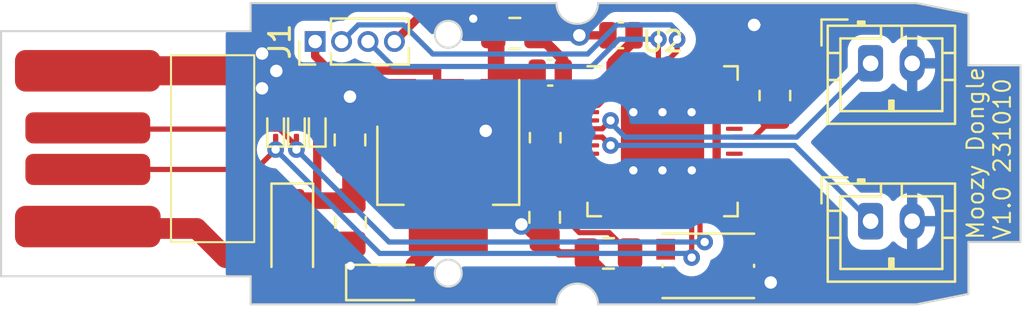
<source format=kicad_pcb>
(kicad_pcb (version 20221018) (generator pcbnew)
  (layers (0 "F.Cu" signal) (31 "B.Cu" signal) (34 "B.Paste" user) (35 "F.Paste" user) (36 "B.SilkS" user "B.Silkscreen") (37 "F.SilkS" user "F.Silkscreen") (38 "B.Mask" user) (39 "F.Mask" user) (44 "Edge.Cuts" user))
  (net 0 "")
  (net 1 "GND")
  (net 3 "+3.3V")
  (net 4 "Net-(U2-CHIP_PU{slash}RESET)")
  (net 5 "Net-(J2-Pin_1)")
  (net 21 "Net-(J3-Pin_1)")
  (net 22 "/Vusb")
  (net 39 "VBUS")
  (net 41 "Net-(D3-A1)")
  (net 42 "Net-(U2-GPIO0{slash}BOOT)")
  (net 49 "/TX")
  (net 50 "/RX")
  (net 53 "Net-(D4-A1)")
  (net 54 "Net-(D2-A)")
  (net 55 "/IO48{slash}LED")
  (footprint "Capacitor_SMD:C_0805_2012Metric_Pad1.18x1.45mm_HandSolder" (layer "F.Cu") (at 133.902 87.9329 90)
    (fp_text reference "C4" hide)
    (fp_text value "1uF" hide)
    (fp_line (start -0.261252 -0.735) (end 0.261252 -0.735) (stroke (width 0.12)) (layer "F.SilkS"))
    (fp_line (start -0.261252 0.735) (end 0.261252 0.735) (stroke (width 0.12)) (layer "F.SilkS"))
    (pad "1" smd roundrect (at -1.0375 0 90) (size 1.175 1.45) (layers "F.Cu" "F.Paste" "F.Mask") (roundrect_rratio 0.2127659574) (net 1 "GND"))
    (pad "2" smd roundrect (at 1.0375 0 90) (size 1.175 1.45) (layers "F.Cu" "F.Paste" "F.Mask") (roundrect_rratio 0.2127659574) (net 4 "Net-(U2-CHIP_PU{slash}RESET)"))
  )
  (footprint "Capacitor_SMD:C_0805_2012Metric_Pad1.18x1.45mm_HandSolder" (layer "F.Cu") (at 124.569 88.1695 -90)
    (fp_text reference "C1" hide)
    (fp_text value "10uF" hide)
    (fp_line (start -0.261252 -0.735) (end 0.261252 -0.735) (stroke (width 0.12)) (layer "F.SilkS"))
    (fp_line (start -0.261252 0.735) (end 0.261252 0.735) (stroke (width 0.12)) (layer "F.SilkS"))
    (pad "1" smd roundrect (at -1.0375 0 270) (size 1.175 1.45) (layers "F.Cu" "F.Paste" "F.Mask") (roundrect_rratio 0.2127659574) (net 39 "VBUS"))
    (pad "2" smd roundrect (at 1.0375 0 270) (size 1.175 1.45) (layers "F.Cu" "F.Paste" "F.Mask") (roundrect_rratio 0.2127659574) (net 1 "GND"))
  )
  (footprint "Capacitor_SMD:C_0805_2012Metric_Pad1.18x1.45mm_HandSolder" (layer "F.Cu") (at 132.469 79.07)
    (fp_text reference "C3" hide)
    (fp_text value "10uF" hide)
    (fp_line (start -0.261252 -0.735) (end 0.261252 -0.735) (stroke (width 0.12)) (layer "F.SilkS"))
    (fp_line (start -0.261252 0.735) (end 0.261252 0.735) (stroke (width 0.12)) (layer "F.SilkS"))
    (pad "1" smd roundrect (at -1.0375 0) (size 1.175 1.45) (layers "F.Cu" "F.Paste" "F.Mask") (roundrect_rratio 0.2127659574) (net 1 "GND"))
    (pad "2" smd roundrect (at 1.0375 0) (size 1.175 1.45) (layers "F.Cu" "F.Paste" "F.Mask") (roundrect_rratio 0.2127659574) (net 3 "+3.3V"))
  )
  (footprint "LED_SMD:LED_0201_0603Metric" (layer "F.Cu") (at 145.049 78.67)
    (fp_text reference "D2" hide)
    (fp_text value "LED KT-0603R" hide)
    (fp_circle (center -0.86 0) (end -0.81 0) (stroke (width 0.1)) (fill none) (layer "F.SilkS"))
    (pad "1" smd roundrect (at -0.32 0) (size 0.46 0.4) (layers "F.Cu" "F.Mask") (net 1 "GND"))
    (pad "2" smd roundrect (at 0.32 0) (size 0.46 0.4) (layers "F.Cu" "F.Mask") (net 54 "Net-(D2-A)"))
  )
  (footprint "Package_DFN_QFN:QFN-56-1EP_7x7mm_P0.4mm_EP4x4mm" (layer "F.Cu") (at 139.569 84.27)
    (fp_text reference "U2" (at 0 -4.8) (layer "F.SilkS"))
    (fp_text value "ESP32-S3-PICO-1" hide)
    (fp_line (start -3.61 3.61) (end -3.61 2.96) (stroke (width 0.12)) (layer "F.SilkS"))
    (fp_line (start -2.96 -3.61) (end -3.61 -3.61) (stroke (width 0.12)) (layer "F.SilkS"))
    (fp_line (start -2.96 3.61) (end -3.61 3.61) (stroke (width 0.12)) (layer "F.SilkS"))
    (fp_line (start 2.96 -3.61) (end 3.61 -3.61) (stroke (width 0.12)) (layer "F.SilkS"))
    (fp_line (start 2.96 3.61) (end 3.61 3.61) (stroke (width 0.12)) (layer "F.SilkS"))
    (fp_line (start 3.61 -3.61) (end 3.61 -2.96) (stroke (width 0.12)) (layer "F.SilkS"))
    (fp_line (start 3.61 3.61) (end 3.61 2.96) (stroke (width 0.12)) (layer "F.SilkS"))
    (pad "1" smd roundrect (at -3.45 -2.6) (size 0.8 0.2) (layers "F.Cu" "F.Paste" "F.Mask"))
    (pad "2" smd roundrect (at -3.45 -2.2) (size 0.8 0.2) (layers "F.Cu" "F.Paste" "F.Mask") (net 3 "+3.3V"))
    (pad "3" smd roundrect (at -3.45 -1.8) (size 0.8 0.2) (layers "F.Cu" "F.Paste" "F.Mask") (net 3 "+3.3V"))
    (pad "4" smd roundrect (at -3.45 -1.4) (size 0.8 0.2) (layers "F.Cu" "F.Paste" "F.Mask") (net 4 "Net-(U2-CHIP_PU{slash}RESET)"))
    (pad "5" smd roundrect (at -3.45 -1) (size 0.8 0.2) (layers "F.Cu" "F.Paste" "F.Mask") (net 42 "Net-(U2-GPIO0{slash}BOOT)"))
    (pad "6" smd roundrect (at -3.45 -0.6) (size 0.8 0.2) (layers "F.Cu" "F.Paste" "F.Mask") (net 5 "Net-(J2-Pin_1)"))
    (pad "7" smd roundrect (at -3.45 -0.2) (size 0.8 0.2) (layers "F.Cu" "F.Paste" "F.Mask") (net 21 "Net-(J3-Pin_1)"))
    (pad "8" smd roundrect (at -3.45 0.2) (size 0.8 0.2) (layers "F.Cu" "F.Paste" "F.Mask"))
    (pad "9" smd roundrect (at -3.45 0.6) (size 0.8 0.2) (layers "F.Cu" "F.Paste" "F.Mask"))
    (pad "10" smd roundrect (at -3.45 1) (size 0.8 0.2) (layers "F.Cu" "F.Paste" "F.Mask"))
    (pad "11" smd roundrect (at -3.45 1.4) (size 0.8 0.2) (layers "F.Cu" "F.Paste" "F.Mask"))
    (pad "12" smd roundrect (at -3.45 1.8) (size 0.8 0.2) (layers "F.Cu" "F.Paste" "F.Mask"))
    (pad "13" smd roundrect (at -3.45 2.2) (size 0.8 0.2) (layers "F.Cu" "F.Paste" "F.Mask"))
    (pad "14" smd roundrect (at -3.45 2.6) (size 0.8 0.2) (layers "F.Cu" "F.Paste" "F.Mask"))
    (pad "15" smd roundrect (at -2.6 3.45) (size 0.2 0.8) (layers "F.Cu" "F.Paste" "F.Mask"))
    (pad "16" smd roundrect (at -2.2 3.45) (size 0.2 0.8) (layers "F.Cu" "F.Paste" "F.Mask"))
    (pad "17" smd roundrect (at -1.8 3.45) (size 0.2 0.8) (layers "F.Cu" "F.Paste" "F.Mask"))
    (pad "18" smd roundrect (at -1.4 3.45) (size 0.2 0.8) (layers "F.Cu" "F.Paste" "F.Mask"))
    (pad "19" smd roundrect (at -1 3.45) (size 0.2 0.8) (layers "F.Cu" "F.Paste" "F.Mask"))
    (pad "20" smd roundrect (at -0.6 3.45) (size 0.2 0.8) (layers "F.Cu" "F.Paste" "F.Mask") (net 3 "+3.3V"))
    (pad "21" smd roundrect (at -0.2 3.45) (size 0.2 0.8) (layers "F.Cu" "F.Paste" "F.Mask"))
    (pad "22" smd roundrect (at 0.2 3.45) (size 0.2 0.8) (layers "F.Cu" "F.Paste" "F.Mask"))
    (pad "23" smd roundrect (at 0.6 3.45) (size 0.2 0.8) (layers "F.Cu" "F.Paste" "F.Mask"))
    (pad "24" smd roundrect (at 1 3.45) (size 0.2 0.8) (layers "F.Cu" "F.Paste" "F.Mask"))
    (pad "25" smd roundrect (at 1.4 3.45) (size 0.2 0.8) (layers "F.Cu" "F.Paste" "F.Mask") (net 53 "Net-(D4-A1)"))
    (pad "26" smd roundrect (at 1.8 3.45) (size 0.2 0.8) (layers "F.Cu" "F.Paste" "F.Mask") (net 41 "Net-(D3-A1)"))
    (pad "27" smd roundrect (at 2.2 3.45) (size 0.2 0.8) (layers "F.Cu" "F.Paste" "F.Mask"))
    (pad "28" smd roundrect (at 2.6 3.45) (size 0.2 0.8) (layers "F.Cu" "F.Paste" "F.Mask"))
    (pad "29" smd roundrect (at 3.45 2.6) (size 0.8 0.2) (layers "F.Cu" "F.Paste" "F.Mask"))
    (pad "30" smd roundrect (at 3.45 2.2) (size 0.8 0.2) (layers "F.Cu" "F.Paste" "F.Mask"))
    (pad "31" smd roundrect (at 3.45 1.8) (size 0.8 0.2) (layers "F.Cu" "F.Paste" "F.Mask"))
    (pad "32" smd roundrect (at 3.45 1.4) (size 0.8 0.2) (layers "F.Cu" "F.Paste" "F.Mask"))
    (pad "33" smd roundrect (at 3.45 1) (size 0.8 0.2) (layers "F.Cu" "F.Paste" "F.Mask"))
    (pad "34" smd roundrect (at 3.45 0.6) (size 0.8 0.2) (layers "F.Cu" "F.Paste" "F.Mask"))
    (pad "35" smd roundrect (at 3.45 0.2) (size 0.8 0.2) (layers "F.Cu" "F.Paste" "F.Mask"))
    (pad "36" smd roundrect (at 3.45 -0.2) (size 0.8 0.2) (layers "F.Cu" "F.Paste" "F.Mask") (net 55 "/IO48{slash}LED"))
    (pad "37" smd roundrect (at 3.45 -0.6) (size 0.8 0.2) (layers "F.Cu" "F.Paste" "F.Mask"))
    (pad "38" smd roundrect (at 3.45 -1) (size 0.8 0.2) (layers "F.Cu" "F.Paste" "F.Mask"))
    (pad "39" smd roundrect (at 3.45 -1.4) (size 0.8 0.2) (layers "F.Cu" "F.Paste" "F.Mask"))
    (pad "40" smd roundrect (at 3.45 -1.8) (size 0.8 0.2) (layers "F.Cu" "F.Paste" "F.Mask"))
    (pad "41" smd roundrect (at 3.45 -2.2) (size 0.8 0.2) (layers "F.Cu" "F.Paste" "F.Mask"))
    (pad "42" smd roundrect (at 3.45 -2.6) (size 0.8 0.2) (layers "F.Cu" "F.Paste" "F.Mask"))
    (pad "43" smd roundrect (at 2.6 -3.45) (size 0.2 0.8) (layers "F.Cu" "F.Paste" "F.Mask"))
    (pad "44" smd roundrect (at 2.2 -3.45) (size 0.2 0.8) (layers "F.Cu" "F.Paste" "F.Mask"))
    (pad "45" smd roundrect (at 1.8 -3.45) (size 0.2 0.8) (layers "F.Cu" "F.Paste" "F.Mask"))
    (pad "46" smd roundrect (at 1.4 -3.45) (size 0.2 0.8) (layers "F.Cu" "F.Paste" "F.Mask") (net 3 "+3.3V"))
    (pad "47" smd roundrect (at 1 -3.45) (size 0.2 0.8) (layers "F.Cu" "F.Paste" "F.Mask"))
    (pad "48" smd roundrect (at 0.6 -3.45) (size 0.2 0.8) (layers "F.Cu" "F.Paste" "F.Mask"))
    (pad "49" smd roundrect (at 0.2 -3.45) (size 0.2 0.8) (layers "F.Cu" "F.Paste" "F.Mask") (net 49 "/TX"))
    (pad "50" smd roundrect (at -0.2 -3.45) (size 0.2 0.8) (layers "F.Cu" "F.Paste" "F.Mask") (net 50 "/RX"))
    (pad "51" smd roundrect (at -0.6 -3.45) (size 0.2 0.8) (layers "F.Cu" "F.Paste" "F.Mask"))
    (pad "52" smd roundrect (at -1 -3.45) (size 0.2 0.8) (layers "F.Cu" "F.Paste" "F.Mask"))
    (pad "53" smd roundrect (at -1.4 -3.45) (size 0.2 0.8) (layers "F.Cu" "F.Paste" "F.Mask"))
    (pad "54" smd roundrect (at -1.8 -3.45) (size 0.2 0.8) (layers "F.Cu" "F.Paste" "F.Mask"))
    (pad "55" smd roundrect (at -2.2 -3.45) (size 0.2 0.8) (layers "F.Cu" "F.Paste" "F.Mask") (net 3 "+3.3V"))
    (pad "56" smd roundrect (at -2.6 -3.45) (size 0.2 0.8) (layers "F.Cu" "F.Paste" "F.Mask") (net 3 "+3.3V"))
    (pad "57" smd rect (at 0 0) (size 4 4) (layers "F.Cu" "F.Mask") (net 1 "GND"))
  )
  (footprint "Capacitor_SMD:C_0504_1310Metric_Pad0.83x1.28mm_HandSolder" (layer "F.Cu") (at 137.569 79.17)
    (fp_text reference "C6" hide)
    (fp_text value "0.1uF" hide)
    (fp_line (start -0.101969 -0.62) (end 0.101969 -0.62) (stroke (width 0.12)) (layer "F.SilkS"))
    (fp_line (start -0.101969 0.62) (end 0.101969 0.62) (stroke (width 0.12)) (layer "F.SilkS"))
    (pad "1" smd roundrect (at -0.6275 0) (size 0.835 1.28) (layers "F.Cu" "F.Paste" "F.Mask") (net 1 "GND"))
    (pad "2" smd roundrect (at 0.6275 0) (size 0.835 1.28) (layers "F.Cu" "F.Paste" "F.Mask") (net 3 "+3.3V"))
  )
  (footprint "Resistor_SMD:R_0805_2012Metric_Pad1.20x1.40mm_HandSolder" (layer "F.Cu") (at 133.9274 84.0975 -90)
    (fp_text reference "R1" hide)
    (fp_text value "10k")
    (fp_line (start -0.227064 -0.735) (end 0.227064 -0.735) (stroke (width 0.12)) (layer "F.SilkS"))
    (fp_line (start -0.227064 0.735) (end 0.227064 0.735) (stroke (width 0.12)) (layer "F.SilkS"))
    (pad "1" smd roundrect (at -1 0 270) (size 1.2 1.4) (layers "F.Cu" "F.Paste" "F.Mask") (roundrect_rratio 0.2083333333) (net 3 "+3.3V"))
    (pad "2" smd roundrect (at 1 0 270) (size 1.2 1.4) (layers "F.Cu" "F.Paste" "F.Mask") (roundrect_rratio 0.2083333333) (net 4 "Net-(U2-CHIP_PU{slash}RESET)"))
  )
  (footprint "Resistor_SMD:R_0805_2012Metric_Pad1.20x1.40mm_HandSolder" (layer "F.Cu") (at 144.969 82.07 90)
    (fp_text reference "R2" hide)
    (fp_text value "150R")
    (fp_line (start -0.227064 -0.735) (end 0.227064 -0.735) (stroke (width 0.12)) (layer "F.SilkS"))
    (fp_line (start -0.227064 0.735) (end 0.227064 0.735) (stroke (width 0.12)) (layer "F.SilkS"))
    (pad "1" smd roundrect (at -1 0 90) (size 1.2 1.4) (layers "F.Cu" "F.Paste" "F.Mask") (roundrect_rratio 0.2083333333) (net 55 "/IO48{slash}LED"))
    (pad "2" smd roundrect (at 1 0 90) (size 1.2 1.4) (layers "F.Cu" "F.Paste" "F.Mask") (roundrect_rratio 0.2083333333) (net 54 "Net-(D2-A)"))
  )
  (footprint "Connector_JST:JST_PH_B2B-PH-K_1x02_P2.00mm_Vertical" (layer "F.Cu") (at 149.569 80.52)
    (fp_text reference "J2" hide)
    (fp_text value "Conn_01x02" hide)
    (fp_line (start -2.36 -2.11) (end -2.36 -0.86) (stroke (width 0.12)) (layer "F.SilkS"))
    (fp_line (start -2.06 -1.81) (end -2.06 2.91) (stroke (width 0.12)) (layer "F.SilkS"))
    (fp_line (start -2.06 -0.5) (end -1.45 -0.5) (stroke (width 0.12)) (layer "F.SilkS"))
    (fp_line (start -2.06 0.8) (end -1.45 0.8) (stroke (width 0.12)) (layer "F.SilkS"))
    (fp_line (start -2.06 2.91) (end 4.06 2.91) (stroke (width 0.12)) (layer "F.SilkS"))
    (fp_line (start -1.45 -1.2) (end -1.45 2.3) (stroke (width 0.12)) (layer "F.SilkS"))
    (fp_line (start -1.45 2.3) (end 3.45 2.3) (stroke (width 0.12)) (layer "F.SilkS"))
    (fp_line (start -1.11 -2.11) (end -2.36 -2.11) (stroke (width 0.12)) (layer "F.SilkS"))
    (fp_line (start -0.6 -2.01) (end -0.6 -1.81) (stroke (width 0.12)) (layer "F.SilkS"))
    (fp_line (start -0.3 -2.01) (end -0.6 -2.01) (stroke (width 0.12)) (layer "F.SilkS"))
    (fp_line (start -0.3 -1.91) (end -0.6 -1.91) (stroke (width 0.12)) (layer "F.SilkS"))
    (fp_line (start -0.3 -1.81) (end -0.3 -2.01) (stroke (width 0.12)) (layer "F.SilkS"))
    (fp_line (start 0.5 -1.81) (end 0.5 -1.2) (stroke (width 0.12)) (layer "F.SilkS"))
    (fp_line (start 0.5 -1.2) (end -1.45 -1.2) (stroke (width 0.12)) (layer "F.SilkS"))
    (fp_line (start 0.9 1.8) (end 1.1 1.8) (stroke (width 0.12)) (layer "F.SilkS"))
    (fp_line (start 0.9 2.3) (end 0.9 1.8) (stroke (width 0.12)) (layer "F.SilkS"))
    (fp_line (start 1 2.3) (end 1 1.8) (stroke (width 0.12)) (layer "F.SilkS"))
    (fp_line (start 1.1 1.8) (end 1.1 2.3) (stroke (width 0.12)) (layer "F.SilkS"))
    (fp_line (start 1.5 -1.2) (end 1.5 -1.81) (stroke (width 0.12)) (layer "F.SilkS"))
    (fp_line (start 3.45 -1.2) (end 1.5 -1.2) (stroke (width 0.12)) (layer "F.SilkS"))
    (fp_line (start 3.45 2.3) (end 3.45 -1.2) (stroke (width 0.12)) (layer "F.SilkS"))
    (fp_line (start 4.06 -1.81) (end -2.06 -1.81) (stroke (width 0.12)) (layer "F.SilkS"))
    (fp_line (start 4.06 -0.5) (end 3.45 -0.5) (stroke (width 0.12)) (layer "F.SilkS"))
    (fp_line (start 4.06 0.8) (end 3.45 0.8) (stroke (width 0.12)) (layer "F.SilkS"))
    (fp_line (start 4.06 2.91) (end 4.06 -1.81) (stroke (width 0.12)) (layer "F.SilkS"))
    (pad "1" thru_hole roundrect (at 0 0) (size 1.2 1.75) (drill 0.75) (layers "*.Cu" "*.Mask") (roundrect_rratio 0.2083333333) (net 5 "Net-(J2-Pin_1)"))
    (pad "2" thru_hole oval (at 2 0) (size 1.2 1.75) (drill 0.75) (layers "*.Cu" "*.Mask") (net 1 "GND"))
  )
  (footprint "Librairie_Moozy:Boîtier_USB_Dongle" (layer "F.Cu") (at 119.769 84.87)
    (fp_text reference "REF**" hide)
    (fp_text value "Boîtier_USB_Dongle" hide)
    (fp_line (start -12 -5.9) (end -12 5.9) (stroke (width 0.1)) (layer "Edge.Cuts"))
    (fp_line (start -12 -5.9) (end 0 -5.9) (stroke (width 0.1)) (layer "Edge.Cuts"))
    (fp_line (start -12 5.9) (end 0 5.9) (stroke (width 0.1)) (layer "Edge.Cuts"))
    (fp_line (start 0 -7.25) (end 14.7 -7.25) (stroke (width 0.1)) (layer "Edge.Cuts"))
    (fp_line (start 0 -5.9) (end 0 -7.25) (stroke (width 0.1)) (layer "Edge.Cuts"))
    (fp_line (start 0 5.9) (end 0 7.25) (stroke (width 0.1)) (layer "Edge.Cuts"))
    (fp_line (start 0 7.25) (end 14.7 7.25) (stroke (width 0.1)) (layer "Edge.Cuts"))
    (fp_line (start 16.7 -7.25) (end 32 -7.25) (stroke (width 0.1)) (layer "Edge.Cuts"))
    (fp_line (start 16.7 7.25) (end 32 7.25) (stroke (width 0.1)) (layer "Edge.Cuts"))
    (fp_line (start 32 -7.25) (end 34.5 -6.75) (stroke (width 0.1)) (layer "Edge.Cuts"))
    (fp_line (start 32 7.25) (end 34.5 6.75) (stroke (width 0.1)) (layer "Edge.Cuts"))
    (fp_line (start 34.5 -6.75) (end 34.5 -4.25) (stroke (width 0.1)) (layer "Edge.Cuts"))
    (fp_line (start 34.5 -4.25) (end 37 -4.25) (stroke (width 0.1)) (layer "Edge.Cuts"))
    (fp_line (start 34.5 4.25) (end 34.5 6.75) (stroke (width 0.1)) (layer "Edge.Cuts"))
    (fp_line (start 34.5 4.25) (end 37 4.25) (stroke (width 0.1)) (layer "Edge.Cuts"))
    (fp_line (start 37 -4.25) (end 37 4.25) (stroke (width 0.1)) (layer "Edge.Cuts"))
    (fp_arc (start 14.7 7.25) (mid 15.7 6.25) (end 16.7 7.25) (stroke (width 0.1)) (layer "Edge.Cuts"))
    (fp_arc (start 16.7 -7.25) (mid 15.7 -6.25) (end 14.7 -7.25) (stroke (width 0.1)) (layer "Edge.Cuts"))
    (fp_circle (center 9.5 -5.75) (end 10.15 -5.75) (stroke (width 0.1)) (fill none) (layer "Edge.Cuts"))
    (fp_circle (center 9.5 5.75) (end 10.15 5.75) (stroke (width 0.1)) (fill none) (layer "Edge.Cuts"))
  )
  (footprint "Capacitor_SMD:C_0805_2012Metric_Pad1.18x1.45mm_HandSolder" (layer "F.Cu") (at 124.5436 84.2071 90)
    (fp_text reference "C2" hide)
    (fp_text value "0.1uF" hide)
    (fp_line (start -0.261252 -0.735) (end 0.261252 -0.735) (stroke (width 0.12)) (layer "F.SilkS"))
    (fp_line (start -0.261252 0.735) (end 0.261252 0.735) (stroke (width 0.12)) (layer "F.SilkS"))
    (pad "1" smd roundrect (at -1.0375 0 90) (size 1.175 1.45) (layers "F.Cu" "F.Paste" "F.Mask") (roundrect_rratio 0.2127659574) (net 39 "VBUS"))
    (pad "2" smd roundrect (at 1.0375 0 90) (size 1.175 1.45) (layers "F.Cu" "F.Paste" "F.Mask") (roundrect_rratio 0.2127659574) (net 1 "GND"))
  )
  (footprint "Connector_JST:JST_PH_B2B-PH-K_1x02_P2.00mm_Vertical" (layer "F.Cu") (at 149.569 88.12)
    (fp_text reference "J3" hide)
    (fp_text value "Conn_01x02" hide)
    (fp_line (start -2.36 -2.11) (end -2.36 -0.86) (stroke (width 0.12)) (layer "F.SilkS"))
    (fp_line (start -2.06 -1.81) (end -2.06 2.91) (stroke (width 0.12)) (layer "F.SilkS"))
    (fp_line (start -2.06 -0.5) (end -1.45 -0.5) (stroke (width 0.12)) (layer "F.SilkS"))
    (fp_line (start -2.06 0.8) (end -1.45 0.8) (stroke (width 0.12)) (layer "F.SilkS"))
    (fp_line (start -2.06 2.91) (end 4.06 2.91) (stroke (width 0.12)) (layer "F.SilkS"))
    (fp_line (start -1.45 -1.2) (end -1.45 2.3) (stroke (width 0.12)) (layer "F.SilkS"))
    (fp_line (start -1.45 2.3) (end 3.45 2.3) (stroke (width 0.12)) (layer "F.SilkS"))
    (fp_line (start -1.11 -2.11) (end -2.36 -2.11) (stroke (width 0.12)) (layer "F.SilkS"))
    (fp_line (start -0.6 -2.01) (end -0.6 -1.81) (stroke (width 0.12)) (layer "F.SilkS"))
    (fp_line (start -0.3 -2.01) (end -0.6 -2.01) (stroke (width 0.12)) (layer "F.SilkS"))
    (fp_line (start -0.3 -1.91) (end -0.6 -1.91) (stroke (width 0.12)) (layer "F.SilkS"))
    (fp_line (start -0.3 -1.81) (end -0.3 -2.01) (stroke (width 0.12)) (layer "F.SilkS"))
    (fp_line (start 0.5 -1.81) (end 0.5 -1.2) (stroke (width 0.12)) (layer "F.SilkS"))
    (fp_line (start 0.5 -1.2) (end -1.45 -1.2) (stroke (width 0.12)) (layer "F.SilkS"))
    (fp_line (start 0.9 1.8) (end 1.1 1.8) (stroke (width 0.12)) (layer "F.SilkS"))
    (fp_line (start 0.9 2.3) (end 0.9 1.8) (stroke (width 0.12)) (layer "F.SilkS"))
    (fp_line (start 1 2.3) (end 1 1.8) (stroke (width 0.12)) (layer "F.SilkS"))
    (fp_line (start 1.1 1.8) (end 1.1 2.3) (stroke (width 0.12)) (layer "F.SilkS"))
    (fp_line (start 1.5 -1.2) (end 1.5 -1.81) (stroke (width 0.12)) (layer "F.SilkS"))
    (fp_line (start 3.45 -1.2) (end 1.5 -1.2) (stroke (width 0.12)) (layer "F.SilkS"))
    (fp_line (start 3.45 2.3) (end 3.45 -1.2) (stroke (width 0.12)) (layer "F.SilkS"))
    (fp_line (start 4.06 -1.81) (end -2.06 -1.81) (stroke (width 0.12)) (layer "F.SilkS"))
    (fp_line (start 4.06 -0.5) (end 3.45 -0.5) (stroke (width 0.12)) (layer "F.SilkS"))
    (fp_line (start 4.06 0.8) (end 3.45 0.8) (stroke (width 0.12)) (layer "F.SilkS"))
    (fp_line (start 4.06 2.91) (end 4.06 -1.81) (stroke (width 0.12)) (layer "F.SilkS"))
    (pad "1" thru_hole roundrect (at 0 0) (size 1.2 1.75) (drill 0.75) (layers "*.Cu" "*.Mask") (roundrect_rratio 0.2083333333) (net 21 "Net-(J3-Pin_1)"))
    (pad "2" thru_hole oval (at 2 0) (size 1.2 1.75) (drill 0.75) (layers "*.Cu" "*.Mask") (net 1 "GND"))
  )
  (footprint "Diode_SMD:D_SOD-923" (layer "F.Cu") (at 122.969 83.67 90)
    (fp_text reference "D5" hide)
    (fp_text value "LESD5D5.0CT1G" hide)
    (fp_line (start -0.86 -0.4) (end -0.86 0.4) (stroke (width 0.12)) (layer "F.SilkS"))
    (fp_line (start 0.5 -0.4) (end -0.86 -0.4) (stroke (width 0.12)) (layer "F.SilkS"))
    (fp_line (start 0.5 0.4) (end -0.86 0.4) (stroke (width 0.12)) (layer "F.SilkS"))
    (pad "1" smd roundrect (at -0.42 0 270) (size 0.36 0.25) (layers "F.Cu" "F.Paste" "F.Mask") (net 39 "VBUS"))
    (pad "2" smd roundrect (at 0.42 0 270) (size 0.36 0.25) (layers "F.Cu" "F.Paste" "F.Mask") (net 1 "GND"))
  )
  (footprint "Button_Switch_SMD:SW_Push_1P1T_NO_CK_KMR2" (layer "F.Cu") (at 141.769 90.27)
    (fp_text reference "SW1" hide)
    (fp_text value "BOOT")
    (fp_line (start -2.2 0.05) (end -2.2 -0.05) (stroke (width 0.12)) (layer "F.SilkS"))
    (fp_line (start -2.2 1.55) (end 2.2 1.55) (stroke (width 0.12)) (layer "F.SilkS"))
    (fp_line (start 2.2 -1.55) (end -2.2 -1.55) (stroke (width 0.12)) (layer "F.SilkS"))
    (fp_line (start 2.2 0.05) (end 2.2 -0.05) (stroke (width 0.12)) (layer "F.SilkS"))
    (pad "1" smd rect (at -2.05 -0.8) (size 0.9 1) (layers "F.Cu" "F.Paste" "F.Mask") (net 42 "Net-(U2-GPIO0{slash}BOOT)"))
    (pad "1" smd rect (at 2.05 -0.8) (size 0.9 1) (layers "F.Cu" "F.Paste" "F.Mask") (net 42 "Net-(U2-GPIO0{slash}BOOT)"))
    (pad "2" smd rect (at -2.05 0.8) (size 0.9 1) (layers "F.Cu" "F.Paste" "F.Mask") (net 1 "GND"))
    (pad "2" smd rect (at 2.05 0.8) (size 0.9 1) (layers "F.Cu" "F.Paste" "F.Mask") (net 1 "GND"))
  )
  (footprint "Capacitor_SMD:C_0504_1310Metric_Pad0.83x1.28mm_HandSolder" (layer "F.Cu") (at 134.169 80.97)
    (fp_text reference "C5" hide)
    (fp_text value "1uF" hide)
    (fp_line (start -0.101969 -0.62) (end 0.101969 -0.62) (stroke (width 0.12)) (layer "F.SilkS"))
    (fp_line (start -0.101969 0.62) (end 0.101969 0.62) (stroke (width 0.12)) (layer "F.SilkS"))
    (pad "1" smd roundrect (at -0.6275 0) (size 0.835 1.28) (layers "F.Cu" "F.Paste" "F.Mask") (net 1 "GND"))
    (pad "2" smd roundrect (at 0.6275 0) (size 0.835 1.28) (layers "F.Cu" "F.Paste" "F.Mask") (net 3 "+3.3V"))
  )
  (footprint "Connector_PinHeader_1.27mm:PinHeader_1x04_P1.27mm_Vertical" (layer "F.Cu") (at 122.869 79.47 90)
    (fp_text reference "J1" (at 0 -1.695 90) (layer "F.SilkS"))
    (fp_text value "UART")
    (fp_line (start -1.11 -0.76) (end 0 -0.76) (stroke (width 0.12)) (layer "F.SilkS"))
    (fp_line (start -1.11 0) (end -1.11 -0.76) (stroke (width 0.12)) (layer "F.SilkS"))
    (fp_line (start -1.11 0.76) (end -1.11 4.505) (stroke (width 0.12)) (layer "F.SilkS"))
    (fp_line (start -1.11 0.76) (end -0.563471 0.76) (stroke (width 0.12)) (layer "F.SilkS"))
    (fp_line (start -1.11 4.505) (end -0.30753 4.505) (stroke (width 0.12)) (layer "F.SilkS"))
    (fp_line (start 0.30753 4.505) (end 1.11 4.505) (stroke (width 0.12)) (layer "F.SilkS"))
    (fp_line (start 0.563471 0.76) (end 1.11 0.76) (stroke (width 0.12)) (layer "F.SilkS"))
    (fp_line (start 1.11 0.76) (end 1.11 4.505) (stroke (width 0.12)) (layer "F.SilkS"))
    (pad "1" thru_hole rect (at 0 0 90) (size 1 1) (drill 0.65) (layers "*.Cu" "*.Mask") (net 3 "+3.3V"))
    (pad "2" thru_hole oval (at 0 1.27 90) (size 1 1) (drill 0.65) (layers "*.Cu" "*.Mask") (net 49 "/TX"))
    (pad "3" thru_hole oval (at 0 2.54 90) (size 1 1) (drill 0.65) (layers "*.Cu" "*.Mask") (net 50 "/RX"))
    (pad "4" thru_hole oval (at 0 3.81 90) (size 1 1) (drill 0.65) (layers "*.Cu" "*.Mask") (net 1 "GND"))
  )
  (footprint "1_Laurent_Librairie:PCB_USB_Connector" (layer "F.Cu") (at 111.93965 84.628)
    (fp_text reference "U3" hide)
    (fp_text value "~")
    (fp_rect (start 4 -4.5) (end 8 4.5) (stroke (width 0.1)) (fill none) (layer "F.SilkS"))
    (pad "1" smd roundrect (at 0 -3.75) (size 7 2) (layers "F.Cu" "F.Paste" "F.Mask") (net 1 "GND"))
    (pad "2" smd roundrect (at 0 -1) (size 6 1.5) (layers "F.Cu" "F.Paste" "F.Mask") (net 41 "Net-(D3-A1)"))
    (pad "3" smd roundrect (at 0 1) (size 6 1.5) (layers "F.Cu" "F.Paste" "F.Mask") (net 53 "Net-(D4-A1)"))
    (pad "4" smd roundrect (at 0 3.75) (size 7 2) (layers "F.Cu" "F.Paste" "F.Mask") (net 22 "/Vusb"))
  )
  (footprint "Diode_SMD:D_SOD-323_HandSoldering" (layer "F.Cu") (at 126.369 91.07)
    (fp_text reference "D1" hide)
    (fp_text value "TVS Diode, Bi-Direction, 3.3V" hide)
    (fp_line (start -2.01 -0.85) (end -2.01 0.85) (stroke (width 0.12)) (layer "F.SilkS"))
    (fp_line (start -2.01 -0.85) (end 1.25 -0.85) (stroke (width 0.12)) (layer "F.SilkS"))
    (fp_line (start -2.01 0.85) (end 1.25 0.85) (stroke (width 0.12)) (layer "F.SilkS"))
    (pad "1" smd roundrect (at -1.25 0) (size 1 1) (layers "F.Cu" "F.Paste" "F.Mask") (net 1 "GND"))
    (pad "2" smd roundrect (at 1.25 0) (size 1 1) (layers "F.Cu" "F.Paste" "F.Mask") (net 3 "+3.3V"))
  )
  (footprint "Diode_SMD:D_SOD-123" (layer "F.Cu") (at 121.769 88.67 -90)
    (fp_text reference "D6" hide)
    (fp_text value "1N5819HW-7-F" hide)
    (fp_line (start -2.36 -1) (end -2.36 1) (stroke (width 0.12)) (layer "F.SilkS"))
    (fp_line (start -2.36 -1) (end 1.65 -1) (stroke (width 0.12)) (layer "F.SilkS"))
    (fp_line (start -2.36 1) (end 1.65 1) (stroke (width 0.12)) (layer "F.SilkS"))
    (pad "1" smd roundrect (at -1.65 0 270) (size 0.9 1.2) (layers "F.Cu" "F.Paste" "F.Mask") (net 39 "VBUS"))
    (pad "2" smd roundrect (at 1.65 0 270) (size 0.9 1.2) (layers "F.Cu" "F.Paste" "F.Mask") (net 22 "/Vusb"))
  )
  (footprint "Package_TO_SOT_SMD:SOT-223-3_TabPin2" (layer "F.Cu") (at 129.269 85.42 -90)
    (fp_text reference "U1" hide)
    (fp_text value "LD1117S33TR_SOT223" hide)
    (fp_line (start -4.1 -3.41) (end 1.91 -3.41) (stroke (width 0.12)) (layer "F.SilkS"))
    (fp_line (start -1.85 3.41) (end 1.91 3.41) (stroke (width 0.12)) (layer "F.SilkS"))
    (fp_line (start 1.91 -3.41) (end 1.91 -2.15) (stroke (width 0.12)) (layer "F.SilkS"))
    (fp_line (start 1.91 3.41) (end 1.91 2.15) (stroke (width 0.12)) (layer "F.SilkS"))
    (pad "1" smd rect (at -3.15 -2.3 270) (size 2 1.5) (layers "F.Cu" "F.Paste" "F.Mask") (net 1 "GND"))
    (pad "2" smd rect (at -3.15 0 270) (size 2 1.5) (layers "F.Cu" "F.Paste" "F.Mask") (net 3 "+3.3V"))
    (pad "2" smd rect (at 3.15 0 270) (size 2 3.8) (layers "F.Cu" "F.Paste" "F.Mask") (net 3 "+3.3V"))
    (pad "3" smd rect (at -3.15 2.3 270) (size 2 1.5) (layers "F.Cu" "F.Paste" "F.Mask") (net 39 "VBUS"))
  )
  (footprint "Capacitor_SMD:C_0805_2012Metric_Pad1.18x1.45mm_HandSolder" (layer "F.Cu") (at 136.969 89.67)
    (fp_text reference "C7" hide)
    (fp_text value "0.1uF")
    (fp_line (start -0.261252 -0.735) (end 0.261252 -0.735) (stroke (width 0.12)) (layer "F.SilkS"))
    (fp_line (start -0.261252 0.735) (end 0.261252 0.735) (stroke (width 0.12)) (layer "F.SilkS"))
    (pad "1" smd roundrect (at -1.0375 0) (size 1.175 1.45) (layers "F.Cu" "F.Paste" "F.Mask") (roundrect_rratio 0.2127659574) (net 1 "GND"))
    (pad "2" smd roundrect (at 1.0375 0) (size 1.175 1.45) (layers "F.Cu" "F.Paste" "F.Mask") (roundrect_rratio 0.2127659574) (net 42 "Net-(U2-GPIO0{slash}BOOT)"))
  )
  (footprint "Diode_SMD:D_SOD-923" (layer "F.Cu") (at 121.969 83.67 90)
    (fp_text reference "D3" hide)
    (fp_text value "LESD5D5.0CT1G" hide)
    (fp_line (start -0.86 -0.4) (end -0.86 0.4) (stroke (width 0.12)) (layer "F.SilkS"))
    (fp_line (start 0.5 -0.4) (end -0.86 -0.4) (stroke (width 0.12)) (layer "F.SilkS"))
    (fp_line (start 0.5 0.4) (end -0.86 0.4) (stroke (width 0.12)) (layer "F.SilkS"))
    (pad "1" smd roundrect (at -0.42 0 270) (size 0.36 0.25) (layers "F.Cu" "F.Paste" "F.Mask") (net 41 "Net-(D3-A1)"))
    (pad "2" smd roundrect (at 0.42 0 270) (size 0.36 0.25) (layers "F.Cu" "F.Paste" "F.Mask") (net 1 "GND"))
  )
  (footprint "Diode_SMD:D_SOD-923" (layer "F.Cu") (at 120.969 83.67 90)
    (fp_text reference "D4" hide)
    (fp_text value "LESD5D5.0CT1G" hide)
    (fp_line (start -0.86 -0.4) (end -0.86 0.4) (stroke (width 0.12)) (layer "F.SilkS"))
    (fp_line (start 0.5 -0.4) (end -0.86 -0.4) (stroke (width 0.12)) (layer "F.SilkS"))
    (fp_line (start 0.5 0.4) (end -0.86 0.4) (stroke (width 0.12)) (layer "F.SilkS"))
    (pad "1" smd roundrect (at -0.42 0 270) (size 0.36 0.25) (layers "F.Cu" "F.Paste" "F.Mask") (net 53 "Net-(D4-A1)"))
    (pad "2" smd roundrect (at 0.42 0 270) (size 0.36 0.25) (layers "F.Cu" "F.Paste" "F.Mask") (net 1 "GND"))
  )
  (gr_text "Moozy Dongle\nV1.0 231010" (at 156.369 89.07 90) (layer "F.SilkS") (effects (font (size 0.8 0.8) (thickness 0.1)) (justify left bottom)))
  (segment (start 135.9315 89.67) (end 137.3315 91.07) (width 0.4) (layer "F.Cu") (net 1))
  (segment (start 136.9415 79.17) (end 135.569 79.17) (width 0.4) (layer "F.Cu") (net 1))
  (segment (start 115.43965 80.878) (end 119.47125 80.878) (width 1.4) (layer "F.Cu") (net 1))
  (segment (start 120.99525 80.878) (end 121.00225 80.885) (width 0.4) (layer "F.Cu") (net 1))
  (segment (start 130.4315 78.07) (end 130.469 78.1075) (width 0.4) (layer "F.Cu") (net 1))
  (segment (start 120.969 83.25) (end 121.969 83.25) (width 0.4) (layer "F.Cu") (net 1))
  (segment (start 131.569 82.27) (end 131.569 79.2075) (width 0.8) (layer "F.Cu") (net 1))
  (segment (start 131.569 82.27) (end 131.569 83.27) (width 0.8) (layer "F.Cu") (net 1))
  (segment (start 124.569 90.27) (end 124.569 89.207) (width 0.8) (layer "F.Cu") (net 1))
  (segment (start 131.569 82.27) (end 131.569 81.47) (width 0.8) (layer "F.Cu") (net 1))
  (segment (start 143.819 91.07) (end 144.769 91.07) (width 0.4) (layer "F.Cu") (net 1))
  (segment (start 115.43965 80.878) (end 120.99525 80.878) (width 0.8) (layer "F.Cu") (net 1))
  (segment (start 128.079 78.07) (end 130.4315 78.07) (width 0.4) (layer "F.Cu") (net 1))
  (segment (start 120.969 82.37575) (end 120.31645 81.7232) (width 0.4) (layer "F.Cu") (net 1))
  (segment (start 126.679 79.47) (end 128.079 78.07) (width 0.4) (layer "F.Cu") (net 1))
  (segment (start 119.47125 80.878) (end 120.31645 81.7232) (width 0.8) (layer "F.Cu") (net 1))
  (segment (start 132.069 80.97) (end 133.5415 80.97) (width 0.8) (layer "F.Cu") (net 1))
  (segment (start 124.569 90.27) (end 124.569 90.87) (width 0.8) (layer "F.Cu") (net 1))
  (segment (start 133.769 88.7173) (end 133.2317 88.7173) (width 0.4) (layer "F.Cu") (net 1))
  (segment (start 133.2317 88.7173) (end 132.7844 88.27) (width 0.4) (layer "F.Cu") (net 1))
  (segment (start 121.969 83.25) (end 122.969 83.25) (width 0.4) (layer "F.Cu") (net 1))
  (segment (start 124.5436 83.1696) (end 124.5436 82.1243) (width 0.4) (layer "F.Cu") (net 1))
  (segment (start 120.969 83.25) (end 120.969 82.37575) (width 0.4) (layer "F.Cu") (net 1))
  (segment (start 131.569 83.27) (end 131.069 83.77) (width 0.8) (layer "F.Cu") (net 1))
  (segment (start 144.729 78.67) (end 143.969 78.67) (width 0.4) (layer "F.Cu") (net 1))
  (segment (start 135.9315 89.67) (end 134.6016 89.67) (width 0.4) (layer "F.Cu") (net 1))
  (segment (start 131.569 81.47) (end 132.069 80.97) (width 0.8) (layer "F.Cu") (net 1))
  (segment (start 124.569 90.87) (end 124.769 91.07) (width 0.8) (layer "F.Cu") (net 1))
  (segment (start 119.48525 80.878) (end 120.31645 80.0468) (width 0.8) (layer "F.Cu") (net 1))
  (segment (start 137.3315 91.07) (end 139.719 91.07) (width 0.4) (layer "F.Cu") (net 1))
  (segment (start 130.7315 78.37) (end 131.4315 79.07) (width 0.4) (layer "F.Cu") (net 1))
  (segment (start 124.769 91.07) (end 125.119 91.07) (width 0.8) (layer "F.Cu") (net 1))
  (segment (start 130.469 78.37) (end 130.7315 78.37) (width 0.4) (layer "F.Cu") (net 1))
  (segment (start 130.469 78.1075) (end 130.469 78.37) (width 0.4) (layer "F.Cu") (net 1))
  (segment (start 134.6016 89.67) (end 133.902 88.9704) (width 0.4) (layer "F.Cu") (net 1))
  (segment (start 131.569 79.2075) (end 131.4315 79.07) (width 0.8) (layer "F.Cu") (net 1))
  (segment (start 115.43965 80.878) (end 119.48525 80.878) (width 0.4) (layer "F.Cu") (net 1))
  (via (at 144.769 91.07) (size 1) (drill 0.6) (layers "F.Cu" "B.Cu") (net 1))
  (via (at 130.469 78.37) (size 0.8) (drill 0.4) (layers "F.Cu" "B.Cu") (net 1))
  (via (at 124.5436 82.1243) (size 1) (drill 0.6) (layers "F.Cu" "B.Cu") (net 1))
  (via (at 140.9654 82.8718) (size 0.6) (drill 0.4) (layers "F.Cu" "B.Cu") (net 1))
  (via (at 120.31645 81.7232) (size 1) (drill 0.6) (layers "F.Cu" "B.Cu") (net 1))
  (via (at 131.069 83.77) (size 1) (drill 0.6) (layers "F.Cu" "B.Cu") (net 1))
  (via (at 139.5654 85.6718) (size 0.6) (drill 0.4) (layers "F.Cu" "B.Cu") (net 1))
  (via (at 138.1654 85.6718) (size 0.6) (drill 0.4) (layers "F.Cu" "B.Cu") (net 1))
  (via (at 121.00225 80.885) (size 1) (drill 0.6) (layers "F.Cu" "B.Cu") (net 1))
  (via (at 138.1654 82.8718) (size 0.6) (drill 0.4) (layers "F.Cu" "B.Cu") (net 1))
  (via (at 135.569 79.17) (size 1) (drill 0.6) (layers "F.Cu" "B.Cu") (net 1))
  (via (at 140.9754 85.6718) (size 0.6) (drill 0.4) (layers "F.Cu" "B.Cu") (net 1))
  (via (at 132.7844 88.27) (size 1) (drill 0.6) (layers "F.Cu" "B.Cu") (net 1))
  (via (at 124.569 90.27) (size 0.8) (drill 0.4) (layers "F.Cu" "B.Cu") (net 1))
  (via (at 139.5654 82.8718) (size 0.6) (drill 0.4) (layers "F.Cu" "B.Cu") (net 1))
  (via (at 143.969 78.67) (size 1) (drill 0.6) (layers "F.Cu" "B.Cu") (net 1))
  (via (at 120.31645 80.0468) (size 1) (drill 0.6) (layers "F.Cu" "B.Cu") (net 1))
  (segment (start 138.1965 79.426814) (end 138.1965 79.17) (width 0.5) (layer "F.Cu") (net 3))
  (segment (start 129.369 88.47) (end 129.269 88.57) (width 0.8) (layer "F.Cu") (net 3))
  (segment (start 132.069 85.07) (end 129.269 85.07) (width 0.8) (layer "F.Cu") (net 3))
  (segment (start 137.169 81.67) (end 140.969 81.67) (width 0.5) (layer "F.Cu") (net 3))
  (segment (start 137.169 81.67) (end 137.169 80.454314) (width 0.5) (layer "F.Cu") (net 3))
  (segment (start 136.419 82.42) (end 136.340751 82.42) (width 0.5) (layer "F.Cu") (net 3))
  (segment (start 128.7315 81.7325) (end 129.269 82.27) (width 0.4) (layer "F.Cu") (net 3))
  (segment (start 134.7965 80.97) (end 134.7965 80.36) (width 0.5) (layer "F.Cu") (net 3))
  (segment (start 134.7965 82.2284) (end 134.7965 80.97) (width 0.5) (layer "F.Cu") (net 3))
  (segment (start 129.269 88.57) (end 127.619 90.22) (width 0.8) (layer "F.Cu") (net 3))
  (segment (start 141.769 81.67) (end 142.169 82.07) (width 0.4) (layer "F.Cu") (net 3))
  (segment (start 136.340751 82.42) (end 136.315751 82.395) (width 0.5) (layer "F.Cu") (net 3))
  (segment (start 136.315751 82.395) (end 134.6299 82.395) (width 0.5) (layer "F.Cu") (net 3))
  (segment (start 140.969 80.82) (end 140.969 81.67) (width 0.4) (layer "F.Cu") (net 3))
  (segment (start 129.269 82.27) (end 129.269 88.57) (width 0.8) (layer "F.Cu") (net 3))
  (segment (start 134.6299 82.395) (end 133.9274 83.0975) (width 0.5) (layer "F.Cu") (net 3))
  (segment (start 122.869 80.17) (end 123.569 80.87) (width 0.4) (layer "F.Cu") (net 3))
  (segment (start 137.169 80.454314) (end 138.1965 79.426814) (width 0.5) (layer "F.Cu") (net 3))
  (segment (start 140.969 81.67) (end 141.769 81.67) (width 0.4) (layer "F.Cu") (net 3))
  (segment (start 137.169 81.67) (end 136.419 82.42) (width 0.5) (layer "F.Cu") (net 3))
  (segment (start 123.569 80.87) (end 128.7315 80.87) (width 0.4) (layer "F.Cu") (net 3))
  (segment (start 127.619 90.22) (end 127.619 91.07) (width 0.8) (layer "F.Cu") (net 3))
  (segment (start 134.6299 82.395) (end 134.7965 82.2284) (width 0.5) (layer "F.Cu") (net 3))
  (segment (start 128.7315 80.87) (end 128.7315 81.7325) (width 0.4) (layer "F.Cu") (net 3))
  (segment (start 133.9274 83.2116) (end 132.069 85.07) (width 0.8) (layer "F.Cu") (net 3))
  (segment (start 139.019 87.02) (end 138.969 87.07) (width 0.4) (layer "F.Cu") (net 3))
  (segment (start 134.0065 83.0184) (end 133.9274 83.0975) (width 0.4) (layer "F.Cu") (net 3))
  (segment (start 134.7965 80.36) (end 133.5065 79.07) (width 0.5) (layer "F.Cu") (net 3))
  (segment (start 122.869 79.47) (end 122.869 80.17) (width 0.4) (layer "F.Cu") (net 3))
  (segment (start 142.169 82.07) (end 142.169 86.47) (width 0.4) (layer "F.Cu") (net 3))
  (segment (start 141.619 87.02) (end 139.019 87.02) (width 0.4) (layer "F.Cu") (net 3))
  (segment (start 142.169 86.47) (end 141.619 87.02) (width 0.4) (layer "F.Cu") (net 3))
  (segment (start 138.969 87.07) (end 138.969 87.72) (width 0.4) (layer "F.Cu") (net 3))
  (segment (start 133.9274 83.0975) (end 133.9274 83.2116) (width 0.8) (layer "F.Cu") (net 3))
  (segment (start 136.119 82.87) (end 135.319 82.87) (width 0.25) (layer "F.Cu") (net 4))
  (segment (start 134.8524 83.3366) (end 134.8524 84.1725) (width 0.25) (layer "F.Cu") (net 4))
  (segment (start 133.769 86.87) (end 133.769 85.1035) (width 0.25) (layer "F.Cu") (net 4))
  (segment (start 133.769 85.1035) (end 133.8004 85.0721) (width 0.25) (layer "F.Cu") (net 4))
  (segment (start 135.319 82.87) (end 134.8524 83.3366) (width 0.25) (layer "F.Cu") (net 4))
  (segment (start 134.8524 84.1725) (end 133.9274 85.0975) (width 0.25) (layer "F.Cu") (net 4))
  (segment (start 136.6695 83.67) (end 136.119 83.67) (width 0.25) (layer "F.Cu") (net 5))
  (segment (start 137.0695 83.27) (end 136.6695 83.67) (width 0.25) (layer "F.Cu") (net 5))
  (via (at 137.0695 83.27) (size 0.8) (drill 0.4) (layers "F.Cu" "B.Cu") (net 5))
  (segment (start 137.769 84.07) (end 146.019 84.07) (width 0.25) (layer "B.Cu") (net 5))
  (segment (start 137.0695 83.3705) (end 137.769 84.07) (width 0.25) (layer "B.Cu") (net 5))
  (segment (start 146.019 84.07) (end 149.569 80.52) (width 0.25) (layer "B.Cu") (net 5))
  (segment (start 137.0695 83.27) (end 137.0695 83.3705) (width 0.25) (layer "B.Cu") (net 5))
  (segment (start 136.119 84.07) (end 136.6695 84.07) (width 0.25) (layer "F.Cu") (net 21))
  (segment (start 136.6695 84.07) (end 137.0695 84.47) (width 0.25) (layer "F.Cu") (net 21))
  (via (at 137.0695 84.47) (size 0.8) (drill 0.4) (layers "F.Cu" "B.Cu") (net 21))
  (segment (start 137.0695 84.47) (end 145.919 84.47) (width 0.25) (layer "B.Cu") (net 21))
  (segment (start 145.919 84.47) (end 149.569 88.12) (width 0.25) (layer "B.Cu") (net 21))
  (segment (start 112.03165 88.47) (end 117.169 88.47) (width 1) (layer "F.Cu") (net 22))
  (segment (start 117.169 88.47) (end 118.569 89.87) (width 1) (layer "F.Cu") (net 22))
  (segment (start 121.319 89.87) (end 121.769 90.32) (width 1) (layer "F.Cu") (net 22))
  (segment (start 111.93965 88.378) (end 112.03165 88.47) (width 1) (layer "F.Cu") (net 22))
  (segment (start 118.569 89.87) (end 121.319 89.87) (width 1) (layer "F.Cu") (net 22))
  (segment (start 122.969 84.09) (end 122.969 87.02) (width 0.4) (layer "F.Cu") (net 39))
  (segment (start 124.5436 85.2446) (end 126.969 82.8192) (width 0.8) (layer "F.Cu") (net 39))
  (segment (start 121.881 87.132) (end 124.569 87.132) (width 0.8) (layer "F.Cu") (net 39))
  (segment (start 124.569 87.132) (end 124.569 85.27) (width 0.8) (layer "F.Cu") (net 39))
  (segment (start 121.769 87.02) (end 121.881 87.132) (width 0.8) (layer "F.Cu") (net 39))
  (segment (start 121.150586 83.685) (end 111.99665 83.685) (width 0.25) (layer "F.Cu") (net 41))
  (segment (start 141.5935 89.121568) (end 141.369 88.897068) (width 0.25) (layer "F.Cu") (net 41))
  (segment (start 121.969 84.503414) (end 121.150586 83.685) (width 0.25) (layer "F.Cu") (net 41))
  (segment (start 121.969 84.67) (end 121.969 84.503414) (width 0.25) (layer "F.Cu") (net 41))
  (segment (start 121.969 84.09) (end 121.969 84.67) (width 0.25) (layer "F.Cu") (net 41))
  (segment (start 141.369 88.897068) (end 141.369 87.72) (width 0.25) (layer "F.Cu") (net 41))
  (segment (start 111.99665 83.685) (end 111.93965 83.628) (width 0.25) (layer "F.Cu") (net 41))
  (via (at 141.5935 89.121568) (size 0.8) (drill 0.4) (layers "F.Cu" "B.Cu") (net 41))
  (via (at 121.969 84.67) (size 0.8) (drill 0.4) (layers "F.Cu" "B.Cu") (net 41))
  (segment (start 126.420568 89.121568) (end 141.5935 89.121568) (width 0.25) (layer "B.Cu") (net 41))
  (segment (start 121.969 84.67) (end 126.420568 89.121568) (width 0.25) (layer "B.Cu") (net 41))
  (segment (start 138.0065 89.67) (end 137.0065 88.67) (width 0.25) (layer "F.Cu") (net 42))
  (segment (start 138.0065 89.67) (end 139.519 89.67) (width 0.25) (layer "F.Cu") (net 42))
  (segment (start 135.369 88.47) (end 135.369 83.62) (width 0.25) (layer "F.Cu") (net 42))
  (segment (start 135.369 83.62) (end 135.719 83.27) (width 0.25) (layer "F.Cu") (net 42))
  (segment (start 139.519 89.67) (end 139.719 89.47) (width 0.25) (layer "F.Cu") (net 42))
  (segment (start 135.569 88.67) (end 135.369 88.47) (width 0.25) (layer "F.Cu") (net 42))
  (segment (start 137.0065 88.67) (end 135.569 88.67) (width 0.25) (layer "F.Cu") (net 42))
  (segment (start 135.719 83.27) (end 136.119 83.27) (width 0.25) (layer "F.Cu") (net 42))
  (segment (start 140.269 79.931092) (end 139.769 80.431092) (width 0.25) (layer "F.Cu") (net 49))
  (segment (start 139.769 80.431092) (end 139.769 80.82) (width 0.25) (layer "F.Cu") (net 49))
  (segment (start 140.269 79.37) (end 140.269 79.931092) (width 0.25) (layer "F.Cu") (net 49))
  (via (at 140.269 79.37) (size 0.8) (drill 0.4) (layers "F.Cu" "B.Cu") (net 49))
  (segment (start 139.969 78.67) (end 137.369 78.67) (width 0.25) (layer "B.Cu") (net 49))
  (segment (start 124.939 78.67) (end 124.139 79.47) (width 0.25) (layer "B.Cu") (net 49))
  (segment (start 137.369 78.67) (end 135.969 80.07) (width 0.25) (layer "B.Cu") (net 49))
  (segment (start 140.269 78.97) (end 139.969 78.67) (width 0.25) (layer "B.Cu") (net 49))
  (segment (start 128.522282 80.07) (end 127.122282 78.67) (width 0.25) (layer "B.Cu") (net 49))
  (segment (start 140.269 79.37) (end 140.269 78.97) (width 0.25) (layer "B.Cu") (net 49))
  (segment (start 127.122282 78.67) (end 124.939 78.67) (width 0.25) (layer "B.Cu") (net 49))
  (segment (start 135.969 80.07) (end 128.522282 80.07) (width 0.25) (layer "B.Cu") (net 49))
  (segment (start 139.369 79.358957) (end 139.369 80.82) (width 0.25) (layer "F.Cu") (net 50))
  (via (at 139.369 79.358957) (size 0.8) (drill 0.4) (layers "F.Cu" "B.Cu") (net 50))
  (segment (start 126.609 80.67) (end 125.409 79.47) (width 0.25) (layer "B.Cu") (net 50))
  (segment (start 139.369 79.358957) (end 137.480043 79.358957) (width 0.25) (layer "B.Cu") (net 50))
  (segment (start 136.169 80.67) (end 126.609 80.67) (width 0.25) (layer "B.Cu") (net 50))
  (segment (start 137.480043 79.358957) (end 136.169 80.67) (width 0.25) (layer "B.Cu") (net 50))
  (segment (start 120.969 84.09) (end 120.969 84.67) (width 0.25) (layer "F.Cu") (net 53))
  (segment (start 140.969 89.87) (end 140.969 87.72) (width 0.25) (layer "F.Cu") (net 53))
  (segment (start 120.011 85.628) (end 111.93965 85.628) (width 0.25) (layer "F.Cu") (net 53))
  (segment (start 120.969 84.67) (end 120.011 85.628) (width 0.25) (layer "F.Cu") (net 53))
  (via (at 120.969 84.67) (size 0.8) (drill 0.4) (layers "F.Cu" "B.Cu") (net 53))
  (via (at 140.969 89.87) (size 0.8) (drill 0.4) (layers "F.Cu" "B.Cu") (net 53))
  (segment (start 140.969 89.87) (end 140.769 89.67) (width 0.25) (layer "B.Cu") (net 53))
  (segment (start 125.969 89.67) (end 120.969 84.67) (width 0.25) (layer "B.Cu") (net 53))
  (segment (start 140.769 89.67) (end 125.969 89.67) (width 0.25) (layer "B.Cu") (net 53))
  (segment (start 145.369 80.67) (end 144.969 81.07) (width 0.25) (layer "F.Cu") (net 54))
  (segment (start 145.369 78.67) (end 145.369 80.67) (width 0.25) (layer "F.Cu") (net 54))
  (segment (start 143.969 84.07) (end 144.969 83.07) (width 0.25) (layer "F.Cu") (net 55))
  (segment (start 143.019 84.07) (end 143.969 84.07) (width 0.25) (layer "F.Cu") (net 55))
  (zone (net 1) (net_name "GND") (layer "B.Cu") (connect_pads (clearance 0.5)) (min_thickness 0.25) (fill yes (thermal_gap 0.5) (thermal_bridge_width 0.5))
    (polygon (pts (xy 156.969 92.27) (xy 118.569 92.27) (xy 118.569 77.47) (xy 156.969 77.47)))
  )
)
</source>
